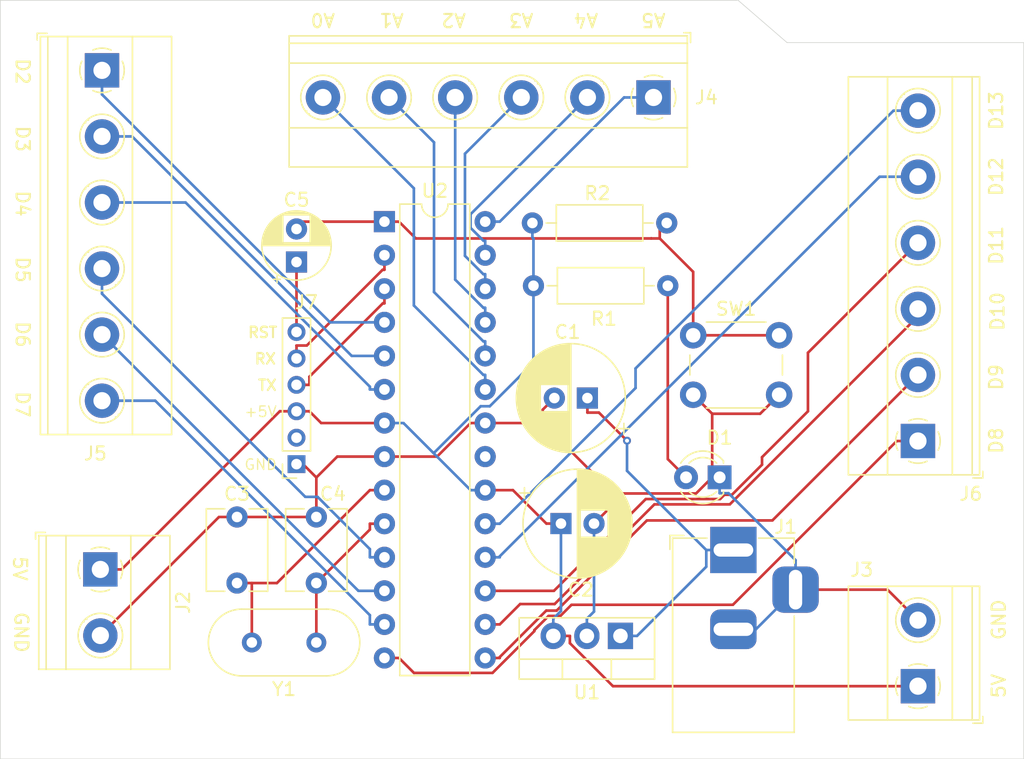
<source format=kicad_pcb>
(kicad_pcb (version 20240108) (generator "pcbnew") (generator_version "8.0")
  (layers (0 "F.Cu" signal) (31 "B.Cu" signal) (34 "B.Paste" user) (35 "F.Paste" user) (36 "B.SilkS" user "B.Silkscreen") (37 "F.SilkS" user "F.Silkscreen") (38 "B.Mask" user) (39 "F.Mask" user) (44 "Edge.Cuts" user))
  (net 0 "")
  (net 1 "GND")
  (net 2 "+9V")
  (net 3 "+5V")
  (net 4 "Net-(U2-XTAL1{slash}PB6)")
  (net 5 "Net-(U2-XTAL2{slash}PB7)")
  (net 6 "Net-(J7-Pin_6)")
  (net 7 "/~{RESET}")
  (net 8 "Net-(D1-A)")
  (net 9 "/A4")
  (net 10 "/A0")
  (net 11 "/A2")
  (net 12 "/A1")
  (net 14 "/A3")
  (net 15 "/A5")
  (net 16 "/D4")
  (net 17 "/D7")
  (net 18 "/D6")
  (net 19 "/D2")
  (net 20 "/D3")
  (net 21 "/D5")
  (net 22 "/D12")
  (net 23 "/D13")
  (net 24 "/D8")
  (net 25 "/D9")
  (net 26 "/D11")
  (net 27 "/D10")
  (net 28 "/RXD")
  (net 29 "/TXD")
  (footprint "Capacitor_THT:C_Disc_D6.0mm_W4.4mm_P5.00mm" (layer "F.Cu") (at 126 112 90)
    (property "Reference" "C4" (at 6.75 1.25 0) (layer "F.SilkS"))
    (property "Value" "22pF")
    (pad "1" thru_hole circle (at 0 0 90) (size 1.6 1.6) (drill 0.8) (layers "*.Cu" "*.Mask") (net 5 "Net-(U2-XTAL2{slash}PB7)"))
    (pad "2" thru_hole circle (at 5 0 90) (size 1.6 1.6) (drill 0.8) (layers "*.Cu" "*.Mask") (net 1 "GND"))
  )
  (footprint "TerminalBlock_Phoenix:TerminalBlock_Phoenix_MKDS-1,5-2_1x02_P5.00mm_Horizontal" (layer "F.Cu") (at 109.665 110.97 -90)
    (property "Reference" "J2" (at 2.5 -6.26 90) (layer "F.SilkS"))
    (property "Value" "Screw_Terminal_01x02")
    (pad "1" thru_hole rect (at 0 0 270) (size 2.6 2.6) (drill 1.3) (layers "*.Cu" "*.Mask") (net 3 "+5V"))
    (pad "2" thru_hole circle (at 5 0 270) (size 2.6 2.6) (drill 1.3) (layers "*.Cu" "*.Mask") (net 1 "GND"))
  )
  (footprint "Package_TO_SOT_THT:TO-220-3_Vertical" (layer "F.Cu") (at 149 116 180)
    (property "Reference" "U1" (at 2.54 -4.27 180) (layer "F.SilkS"))
    (property "Value" "LM7805_TO220")
    (pad "1" thru_hole rect (at 0 0 180) (size 1.905 2) (drill 1.1) (layers "*.Cu" "*.Mask") (net 2 "+9V"))
    (pad "2" thru_hole oval (at 2.54 0 180) (size 1.905 2) (drill 1.1) (layers "*.Cu" "*.Mask") (net 1 "GND"))
    (pad "3" thru_hole oval (at 5.08 0 180) (size 1.905 2) (drill 1.1) (layers "*.Cu" "*.Mask") (net 3 "+5V"))
  )
  (footprint "Capacitor_THT:CP_Radial_D8.0mm_P2.50mm" (layer "F.Cu") (at 146.5 98 180)
    (property "Reference" "C1" (at 1.5 5 180) (layer "F.SilkS"))
    (property "Value" "10µF")
    (pad "1" thru_hole rect (at 0 0 180) (size 1.6 1.6) (drill 0.8) (layers "*.Cu" "*.Mask") (net 2 "+9V"))
    (pad "2" thru_hole circle (at 2.5 0 180) (size 1.6 1.6) (drill 0.8) (layers "*.Cu" "*.Mask") (net 1 "GND"))
  )
  (footprint "LED_THT:LED_D3.0mm" (layer "F.Cu") (at 156.5 104 180)
    (property "Reference" "D1" (at 0 3 180) (layer "F.SilkS"))
    (property "Value" "RED")
    (pad "1" thru_hole rect (at 0 0 180) (size 1.8 1.8) (drill 0.9) (layers "*.Cu" "*.Mask") (net 1 "GND"))
    (pad "2" thru_hole circle (at 2.54 0 180) (size 1.8 1.8) (drill 0.9) (layers "*.Cu" "*.Mask") (net 8 "Net-(D1-A)"))
  )
  (footprint "Connector_BarrelJack:BarrelJack_Horizontal" (layer "F.Cu") (at 157.5425 109.5 90)
    (property "Reference" "J1" (at 1.75 3.9575 0) (layer "F.SilkS"))
    (property "Value" "PWR-IN")
    (pad "1" thru_hole rect (at 0 0 90) (size 3.5 3.5) (drill oval 1 3) (layers "*.Cu" "*.Mask") (net 2 "+9V"))
    (pad "2" thru_hole roundrect (at -6 0 90) (size 3 3.5) (drill oval 1 3) (layers "*.Cu" "*.Mask") (net 1 "GND"))
    (pad "3" thru_hole roundrect (at -3 4.7 90) (size 3.5 3.5) (drill oval 3 1) (layers "*.Cu" "*.Mask") (net 1 "GND"))
  )
  (footprint "Resistor_THT:R_Axial_DIN0207_L6.3mm_D2.5mm_P10.16mm_Horizontal" (layer "F.Cu") (at 142.42 89.5)
    (property "Reference" "R1" (at 5.33 2.5 0) (layer "F.SilkS"))
    (property "Value" "220Ω")
    (pad "1" thru_hole circle (at 0 0) (size 1.6 1.6) (drill 0.8) (layers "*.Cu" "*.Mask") (net 3 "+5V"))
    (pad "2" thru_hole oval (at 10.16 0) (size 1.6 1.6) (drill 0.8) (layers "*.Cu" "*.Mask") (net 8 "Net-(D1-A)"))
  )
  (footprint "Resistor_THT:R_Axial_DIN0207_L6.3mm_D2.5mm_P10.16mm_Horizontal" (layer "F.Cu") (at 152.5 84.75 180)
    (property "Reference" "R2" (at 5.25 2.25 180) (layer "F.SilkS"))
    (property "Value" "10kΩ")
    (pad "1" thru_hole circle (at 0 0 180) (size 1.6 1.6) (drill 0.8) (layers "*.Cu" "*.Mask") (net 7 "/~{RESET}"))
    (pad "2" thru_hole oval (at 10.16 0 180) (size 1.6 1.6) (drill 0.8) (layers "*.Cu" "*.Mask") (net 3 "+5V"))
  )
  (footprint "Crystal:Crystal_HC49-4H_Vertical" (layer "F.Cu") (at 126 116.5 180)
    (property "Reference" "Y1" (at 2.44 -3.525 180) (layer "F.SilkS"))
    (property "Value" "16MHz")
    (pad "1" thru_hole circle (at 0 0 180) (size 1.5 1.5) (drill 0.8) (layers "*.Cu" "*.Mask") (net 5 "Net-(U2-XTAL2{slash}PB7)"))
    (pad "2" thru_hole circle (at 4.88 0 180) (size 1.5 1.5) (drill 0.8) (layers "*.Cu" "*.Mask") (net 4 "Net-(U2-XTAL1{slash}PB6)"))
  )
  (footprint "Capacitor_THT:CP_Radial_D5.0mm_P2.50mm" (layer "F.Cu") (at 124.5 87.7051 90)
    (property "Reference" "C5" (at 4.705113 0 0) (layer "F.SilkS"))
    (property "Value" "1µF")
    (pad "1" thru_hole rect (at 0 0 90) (size 1.6 1.6) (drill 0.8) (layers "*.Cu" "*.Mask") (net 6 "Net-(J7-Pin_6)"))
    (pad "2" thru_hole circle (at 2.5 0 90) (size 1.6 1.6) (drill 0.8) (layers "*.Cu" "*.Mask") (net 7 "/~{RESET}"))
  )
  (footprint "Connector_PinSocket_2.00mm:PinSocket_1x06_P2.00mm_Vertical" (layer "F.Cu") (at 124.5 103 180)
    (property "Reference" "J7" (at -0.75 12.25 180) (layer "F.SilkS"))
    (property "Value" "Conn_01x06")
    (pad "1" thru_hole rect (at 0 0 180) (size 1.35 1.35) (drill 0.8) (layers "*.Cu" "*.Mask") (net 1 "GND"))
    (pad "2" thru_hole oval (at 0 2 180) (size 1.35 1.35) (drill 0.8) (layers "*.Cu" "*.Mask"))
    (pad "3" thru_hole oval (at 0 4 180) (size 1.35 1.35) (drill 0.8) (layers "*.Cu" "*.Mask") (net 3 "+5V"))
    (pad "4" thru_hole oval (at 0 6 180) (size 1.35 1.35) (drill 0.8) (layers "*.Cu" "*.Mask") (net 29 "/TXD"))
    (pad "5" thru_hole oval (at 0 8 180) (size 1.35 1.35) (drill 0.8) (layers "*.Cu" "*.Mask") (net 28 "/RXD"))
    (pad "6" thru_hole oval (at 0 10 180) (size 1.35 1.35) (drill 0.8) (layers "*.Cu" "*.Mask") (net 6 "Net-(J7-Pin_6)"))
  )
  (footprint "TerminalBlock_Phoenix:TerminalBlock_Phoenix_MKDS-1,5-6_1x06_P5.00mm_Horizontal" (layer "F.Cu") (at 151.5 75.25 180)
    (property "Reference" "J4" (at -4 0 180) (layer "F.SilkS"))
    (property "Value" "Screw_Terminal_01x06")
    (pad "1" thru_hole rect (at 0 0 180) (size 2.6 2.6) (drill 1.3) (layers "*.Cu" "*.Mask") (net 15 "/A5"))
    (pad "2" thru_hole circle (at 5 0 180) (size 2.6 2.6) (drill 1.3) (layers "*.Cu" "*.Mask") (net 9 "/A4"))
    (pad "3" thru_hole circle (at 10 0 180) (size 2.6 2.6) (drill 1.3) (layers "*.Cu" "*.Mask") (net 14 "/A3"))
    (pad "4" thru_hole circle (at 15 0 180) (size 2.6 2.6) (drill 1.3) (layers "*.Cu" "*.Mask") (net 11 "/A2"))
    (pad "5" thru_hole circle (at 20 0 180) (size 2.6 2.6) (drill 1.3) (layers "*.Cu" "*.Mask") (net 12 "/A1"))
    (pad "6" thru_hole circle (at 25 0 180) (size 2.6 2.6) (drill 1.3) (layers "*.Cu" "*.Mask") (net 10 "/A0"))
  )
  (footprint "Capacitor_THT:C_Disc_D6.0mm_W4.4mm_P5.00mm" (layer "F.Cu") (at 120 112 90)
    (property "Reference" "C3" (at 6.75 0 0) (layer "F.SilkS"))
    (property "Value" "22pF")
    (pad "1" thru_hole circle (at 0 0 90) (size 1.6 1.6) (drill 0.8) (layers "*.Cu" "*.Mask") (net 4 "Net-(U2-XTAL1{slash}PB6)"))
    (pad "2" thru_hole circle (at 5 0 90) (size 1.6 1.6) (drill 0.8) (layers "*.Cu" "*.Mask") (net 1 "GND"))
  )
  (footprint "TerminalBlock_Phoenix:TerminalBlock_Phoenix_MKDS-1,5-2_1x02_P5.00mm_Horizontal" (layer "F.Cu") (at 171.5 119.805 90)
    (property "Reference" "J3" (at 8.805 -4.25 0) (layer "F.SilkS"))
    (property "Value" "Screw_Terminal_01x02")
    (pad "1" thru_hole rect (at 0 0 90) (size 2.6 2.6) (drill 1.3) (layers "*.Cu" "*.Mask") (net 3 "+5V"))
    (pad "2" thru_hole circle (at 5 0 90) (size 2.6 2.6) (drill 1.3) (layers "*.Cu" "*.Mask") (net 1 "GND"))
  )
  (footprint "Package_DIP:DIP-28_W7.62mm" (layer "F.Cu") (at 131.15 84.65)
    (property "Reference" "U2" (at 3.81 -2.33 0) (layer "F.SilkS"))
    (property "Value" "ATmega328P-P")
    (pad "1" thru_hole rect (at 0 0) (size 1.6 1.6) (drill 0.8) (layers "*.Cu" "*.Mask") (net 7 "/~{RESET}"))
    (pad "2" thru_hole oval (at 0 2.54) (size 1.6 1.6) (drill 0.8) (layers "*.Cu" "*.Mask") (net 28 "/RXD"))
    (pad "3" thru_hole oval (at 0 5.08) (size 1.6 1.6) (drill 0.8) (layers "*.Cu" "*.Mask") (net 29 "/TXD"))
    (pad "4" thru_hole oval (at 0 7.62) (size 1.6 1.6) (drill 0.8) (layers "*.Cu" "*.Mask") (net 19 "/D2"))
    (pad "5" thru_hole oval (at 0 10.16) (size 1.6 1.6) (drill 0.8) (layers "*.Cu" "*.Mask") (net 20 "/D3"))
    (pad "6" thru_hole oval (at 0 12.7) (size 1.6 1.6) (drill 0.8) (layers "*.Cu" "*.Mask") (net 16 "/D4"))
    (pad "7" thru_hole oval (at 0 15.24) (size 1.6 1.6) (drill 0.8) (layers "*.Cu" "*.Mask") (net 3 "+5V"))
    (pad "8" thru_hole oval (at 0 17.78) (size 1.6 1.6) (drill 0.8) (layers "*.Cu" "*.Mask") (net 1 "GND"))
    (pad "9" thru_hole oval (at 0 20.32) (size 1.6 1.6) (drill 0.8) (layers "*.Cu" "*.Mask") (net 4 "Net-(U2-XTAL1{slash}PB6)"))
    (pad "10" thru_hole oval (at 0 22.86) (size 1.6 1.6) (drill 0.8) (layers "*.Cu" "*.Mask") (net 5 "Net-(U2-XTAL2{slash}PB7)"))
    (pad "11" thru_hole oval (at 0 25.4) (size 1.6 1.6) (drill 0.8) (layers "*.Cu" "*.Mask") (net 21 "/D5"))
    (pad "12" thru_hole oval (at 0 27.94) (size 1.6 1.6) (drill 0.8) (layers "*.Cu" "*.Mask") (net 18 "/D6"))
    (pad "13" thru_hole oval (at 0 30.48) (size 1.6 1.6) (drill 0.8) (layers "*.Cu" "*.Mask") (net 17 "/D7"))
    (pad "14" thru_hole oval (at 0 33.02) (size 1.6 1.6) (drill 0.8) (layers "*.Cu" "*.Mask") (net 24 "/D8"))
    (pad "15" thru_hole oval (at 7.62 33.02) (size 1.6 1.6) (drill 0.8) (layers "*.Cu" "*.Mask") (net 25 "/D9"))
    (pad "16" thru_hole oval (at 7.62 30.48) (size 1.6 1.6) (drill 0.8) (layers "*.Cu" "*.Mask") (net 27 "/D10"))
    (pad "17" thru_hole oval (at 7.62 27.94) (size 1.6 1.6) (drill 0.8) (layers "*.Cu" "*.Mask") (net 26 "/D11"))
    (pad "18" thru_hole oval (at 7.62 25.4) (size 1.6 1.6) (drill 0.8) (layers "*.Cu" "*.Mask") (net 22 "/D12"))
    (pad "19" thru_hole oval (at 7.62 22.86) (size 1.6 1.6) (drill 0.8) (layers "*.Cu" "*.Mask") (net 23 "/D13"))
    (pad "20" thru_hole oval (at 7.62 20.32) (size 1.6 1.6) (drill 0.8) (layers "*.Cu" "*.Mask") (net 3 "+5V"))
    (pad "21" thru_hole oval (at 7.62 17.78) (size 1.6 1.6) (drill 0.8) (layers "*.Cu" "*.Mask"))
    (pad "22" thru_hole oval (at 7.62 15.24) (size 1.6 1.6) (drill 0.8) (layers "*.Cu" "*.Mask") (net 1 "GND"))
    (pad "23" thru_hole oval (at 7.62 12.7) (size 1.6 1.6) (drill 0.8) (layers "*.Cu" "*.Mask") (net 10 "/A0"))
    (pad "24" thru_hole oval (at 7.62 10.16) (size 1.6 1.6) (drill 0.8) (layers "*.Cu" "*.Mask") (net 12 "/A1"))
    (pad "25" thru_hole oval (at 7.62 7.62) (size 1.6 1.6) (drill 0.8) (layers "*.Cu" "*.Mask") (net 11 "/A2"))
    (pad "26" thru_hole oval (at 7.62 5.08) (size 1.6 1.6) (drill 0.8) (layers "*.Cu" "*.Mask") (net 14 "/A3"))
    (pad "27" thru_hole oval (at 7.62 2.54) (size 1.6 1.6) (drill 0.8) (layers "*.Cu" "*.Mask") (net 9 "/A4"))
    (pad "28" thru_hole oval (at 7.62 0) (size 1.6 1.6) (drill 0.8) (layers "*.Cu" "*.Mask") (net 15 "/A5"))
  )
  (footprint "Button_Switch_THT:SW_PUSH_6mm_H4.3mm" (layer "F.Cu") (at 154.5 93.25)
    (property "Reference" "SW1" (at 3.25 -2 0) (layer "F.SilkS"))
    (property "Value" "SW_Push")
    (pad "1" thru_hole circle (at 0 0 90) (size 2 2) (drill 1.1) (layers "*.Cu" "*.Mask") (net 7 "/~{RESET}"))
    (pad "1" thru_hole circle (at 6.5 0 90) (size 2 2) (drill 1.1) (layers "*.Cu" "*.Mask") (net 7 "/~{RESET}"))
    (pad "2" thru_hole circle (at 0 4.5 90) (size 2 2) (drill 1.1) (layers "*.Cu" "*.Mask") (net 1 "GND"))
    (pad "2" thru_hole circle (at 6.5 4.5 90) (size 2 2) (drill 1.1) (layers "*.Cu" "*.Mask") (net 1 "GND"))
  )
  (footprint "TerminalBlock_Phoenix:TerminalBlock_Phoenix_MKDS-1,5-6_1x06_P5.00mm_Horizontal" (layer "F.Cu") (at 171.5 101.25 90)
    (property "Reference" "J6" (at -4 4 0) (layer "F.SilkS"))
    (property "Value" "Screw_Terminal_01x06")
    (pad "1" thru_hole rect (at 0 0 90) (size 2.6 2.6) (drill 1.3) (layers "*.Cu" "*.Mask") (net 24 "/D8"))
    (pad "2" thru_hole circle (at 5 0 90) (size 2.6 2.6) (drill 1.3) (layers "*.Cu" "*.Mask") (net 25 "/D9"))
    (pad "3" thru_hole circle (at 10 0 90) (size 2.6 2.6) (drill 1.3) (layers "*.Cu" "*.Mask") (net 27 "/D10"))
    (pad "4" thru_hole circle (at 15 0 90) (size 2.6 2.6) (drill 1.3) (layers "*.Cu" "*.Mask") (net 26 "/D11"))
    (pad "5" thru_hole circle (at 20 0 90) (size 2.6 2.6) (drill 1.3) (layers "*.Cu" "*.Mask") (net 22 "/D12"))
    (pad "6" thru_hole circle (at 25 0 90) (size 2.6 2.6) (drill 1.3) (layers "*.Cu" "*.Mask") (net 23 "/D13"))
  )
  (footprint "TerminalBlock_Phoenix:TerminalBlock_Phoenix_MKDS-1,5-6_1x06_P5.00mm_Horizontal" (layer "F.Cu") (at 109.79 73.2 -90)
    (property "Reference" "J5" (at 29 0.5 180) (layer "F.SilkS"))
    (property "Value" "Screw_Terminal_01x06")
    (pad "1" thru_hole rect (at 0 0 270) (size 2.6 2.6) (drill 1.3) (layers "*.Cu" "*.Mask") (net 19 "/D2"))
    (pad "2" thru_hole circle (at 5 0 270) (size 2.6 2.6) (drill 1.3) (layers "*.Cu" "*.Mask") (net 20 "/D3"))
    (pad "3" thru_hole circle (at 10 0 270) (size 2.6 2.6) (drill 1.3) (layers "*.Cu" "*.Mask") (net 16 "/D4"))
    (pad "4" thru_hole circle (at 15 0 270) (size 2.6 2.6) (drill 1.3) (layers "*.Cu" "*.Mask") (net 21 "/D5"))
    (pad "5" thru_hole circle (at 20 0 270) (size 2.6 2.6) (drill 1.3) (layers "*.Cu" "*.Mask") (net 18 "/D6"))
    (pad "6" thru_hole circle (at 25 0 270) (size 2.6 2.6) (drill 1.3) (layers "*.Cu" "*.Mask") (net 17 "/D7"))
  )
  (footprint "Capacitor_THT:CP_Radial_D8.0mm_P2.50mm" (layer "F.Cu") (at 144.5 107.5)
    (property "Reference" "C2" (at 1.5 5 0) (layer "F.SilkS"))
    (property "Value" "10µF")
    (pad "1" thru_hole rect (at 0 0) (size 1.6 1.6) (drill 0.8) (layers "*.Cu" "*.Mask") (net 3 "+5V"))
    (pad "2" thru_hole circle (at 2.5 0) (size 1.6 1.6) (drill 0.8) (layers "*.Cu" "*.Mask") (net 1 "GND"))
  )
  (gr_line (start 102.1 125.3) (end 102.1 67.9) (stroke (width 0.05)) (layer "Edge.Cuts"))
  (gr_line (start 157.9 67.9) (end 161.6 71.1) (stroke (width 0.05)) (layer "Edge.Cuts"))
  (gr_line (start 161.6 71.1) (end 179.5 71.1) (stroke (width 0.05)) (layer "Edge.Cuts"))
  (gr_line (start 179.5 125.3) (end 102.1 125.3) (stroke (width 0.05)) (layer "Edge.Cuts"))
  (gr_line (start 102.1 67.9) (end 157.9 67.9) (stroke (width 0.05)) (layer "Edge.Cuts"))
  (gr_line (start 179.5 71.1) (end 179.5 125.3) (stroke (width 0.05)) (layer "Edge.Cuts"))
  (gr_text "D5" (at 103.2 87.2 270) (layer "F.SilkS") (effects (font (size 1 1) (thickness 0.16)) (justify left bottom)))
  (gr_text "RX" (at 121.25 95.5 0) (layer "F.SilkS") (effects (font (size 0.8 0.8) (thickness 0.16) (bold yes)) (justify left bottom)))
  (gr_text "5V" (at 178.2 120.8 90) (layer "F.SilkS") (effects (font (size 1 1) (thickness 0.16)) (justify left bottom)))
  (gr_text "D2" (at 103.2 72.2 270) (layer "F.SilkS") (effects (font (size 1 1) (thickness 0.16)) (justify left bottom)))
  (gr_text "A0" (at 127.5 68.8 180) (layer "F.SilkS") (effects (font (size 1 1) (thickness 0.16)) (justify left bottom)))
  (gr_text "+5V" (at 120.5 99.5 0) (layer "F.SilkS") (effects (font (size 0.8 0.8) (thickness 0.1)) (justify left bottom)))
  (gr_text "D7" (at 103.2 97.4 270) (layer "F.SilkS") (effects (font (size 1 1) (thickness 0.16)) (justify left bottom)))
  (gr_text "D11" (at 178 88 90) (layer "F.SilkS") (effects (font (size 1 1) (thickness 0.16)) (justify left bottom)))
  (gr_text "GND" (at 120.5 103.5 0) (layer "F.SilkS") (effects (font (size 0.8 0.8) (thickness 0.1)) (justify left bottom)))
  (gr_text "5V" (at 103 109.9 -90) (layer "F.SilkS") (effects (font (size 1 1) (thickness 0.16)) (justify left bottom)))
  (gr_text "D13" (at 178 77.8 90) (layer "F.SilkS") (effects (font (size 1 1) (thickness 0.16)) (justify left bottom)))
  (gr_text "D12" (at 178 82.8 90) (layer "F.SilkS") (effects (font (size 1 1) (thickness 0.16)) (justify left bottom)))
  (gr_text "D9" (at 178 97.5 90) (layer "F.SilkS") (effects (font (size 1 1) (thickness 0.16)) (justify left bottom)))
  (gr_text "TX" (at 121.5 97.5 0) (layer "F.SilkS") (effects (font (size 0.8 0.8) (thickness 0.16) (bold yes)) (justify left bottom)))
  (gr_text "GND" (at 178.2 116.4 90) (layer "F.SilkS") (effects (font (size 1 1) (thickness 0.16)) (justify left bottom)))
  (gr_text "D4" (at 103.2 82.2 270) (layer "F.SilkS") (effects (font (size 1 1) (thickness 0.16)) (justify left bottom)))
  (gr_text "A3" (at 142.5 68.8 180) (layer "F.SilkS") (effects (font (size 1 1) (thickness 0.16)) (justify left bottom)))
  (gr_text "A5" (at 152.5 68.8 180) (layer "F.SilkS") (effects (font (size 1 1) (thickness 0.16)) (justify left bottom)))
  (gr_text "D10" (at 178.1 93 90) (layer "F.SilkS") (effects (font (size 1 1) (thickness 0.16)) (justify left bottom)))
  (gr_text "D8" (at 178 102.3 90) (layer "F.SilkS") (effects (font (size 1 1) (thickness 0.16)) (justify left bottom)))
  (gr_text "RST" (at 120.75 93.5 0) (layer "F.SilkS") (effects (font (size 0.8 0.8) (thickness 0.16) (bold yes)) (justify left bottom)))
  (gr_text "A4" (at 147.4 68.8 180) (layer "F.SilkS") (effects (font (size 1 1) (thickness 0.16)) (justify left bottom)))
  (gr_text "GND" (at 103.1 114.1 -90) (layer "F.SilkS") (effects (font (size 1 1) (thickness 0.16)) (justify left bottom)))
  (gr_text "A1" (at 132.7 68.8 180) (layer "F.SilkS") (effects (font (size 1 1) (thickness 0.16)) (justify left bottom)))
  (gr_text "A2" (at 137.4 68.8 180) (layer "F.SilkS") (effects (font (size 1 1) (thickness 0.16)) (justify left bottom)))
  (gr_text "D3" (at 103.2 77.3 270) (layer "F.SilkS") (effects (font (size 1 1) (thickness 0.16)) (justify left bottom)))
  (gr_text "D6" (at 103.2 92.1 270) (layer "F.SilkS") (effects (font (size 1 1) (thickness 0.16)) (justify left bottom)))
  (segment (start 155.9371 99.1871) (end 159.5629 99.1871) (width 0.2) (layer "F.Cu") (net 1))
  (segment (start 131.15 102.43) (end 127.5816 102.43) (width 0.2) (layer "F.Cu") (net 1))
  (segment (start 120 107) (end 118.635 107) (width 0.2) (layer "F.Cu") (net 1))
  (segment (start 144 98) (end 143.12 98.88) (width 0.2) (layer "F.Cu") (net 1))
  (segment (start 159.5629 99.1871) (end 161 97.75) (width 0.2) (layer "F.Cu") (net 1))
  (segment (start 127.5816 102.43) (end 126 104.0116) (width 0.2) (layer "F.Cu") (net 1))
  (segment (start 138.77 99.89) (end 137.6683 99.89) (width 0.2) (layer "F.Cu") (net 1))
  (segment (start 155.9371 104) (end 155.9371 99.1871) (width 0.2) (layer "F.Cu") (net 1))
  (segment (start 156.5 104) (end 155.9371 104) (width 0.2) (layer "F.Cu") (net 1))
  (segment (start 137.6683 99.89) (end 135.1283 102.43) (width 0.2) (layer "F.Cu") (net 1))
  (segment (start 126 104.0116) (end 126 107) (width 0.2) (layer "F.Cu") (net 1))
  (segment (start 147 107.5) (end 148.4525 106.0475) (width 0.2) (layer "F.Cu") (net 1))
  (segment (start 148.4525 105.2225) (end 143.12 99.89) (width 0.2) (layer "F.Cu") (net 1))
  (segment (start 154.7146 105.2225) (end 148.4525 105.2225) (width 0.2) (layer "F.Cu") (net 1))
  (segment (start 171.5 114.805) (end 169.195 112.5) (width 0.2) (layer "F.Cu") (net 1))
  (segment (start 143.12 99.89) (end 138.77 99.89) (width 0.2) (layer "F.Cu") (net 1))
  (segment (start 118.635 107) (end 109.665 115.97) (width 0.2) (layer "F.Cu") (net 1))
  (segment (start 155.9371 104) (end 154.7146 105.2225) (width 0.2) (layer "F.Cu") (net 1))
  (segment (start 143.12 98.88) (end 143.12 99.89) (width 0.2) (layer "F.Cu") (net 1))
  (segment (start 148.4525 106.0475) (end 148.4525 105.2225) (width 0.2) (layer "F.Cu") (net 1))
  (segment (start 124.9884 103) (end 126 104.0116) (width 0.2) (layer "F.Cu") (net 1))
  (segment (start 155.9371 99.1871) (end 154.5 97.75) (width 0.2) (layer "F.Cu") (net 1))
  (segment (start 169.195 112.5) (end 162.2425 112.5) (width 0.2) (layer "F.Cu") (net 1))
  (segment (start 135.1283 102.43) (end 131.15 102.43) (width 0.2) (layer "F.Cu") (net 1))
  (segment (start 126 107) (end 120 107) (width 0.2) (layer "F.Cu") (net 1))
  (segment (start 124.5 103) (end 124.9884 103) (width 0.2) (layer "F.Cu") (net 1))
  (segment (start 157.176 105.2017) (end 162.2425 110.2682) (width 0.2) (layer "B.Cu") (net 1))
  (segment (start 147 114.1583) (end 146.46 114.6983) (width 0.2) (layer "B.Cu") (net 1))
  (segment (start 147 107.5) (end 147 114.1583) (width 0.2) (layer "B.Cu") (net 1))
  (segment (start 162.2425 112.5) (end 159.2425 115.5) (width 0.2) (layer "B.Cu") (net 1))
  (segment (start 146.46 116) (end 146.46 114.6983) (width 0.2) (layer "B.Cu") (net 1))
  (segment (start 159.2425 115.5) (end 157.5425 115.5) (width 0.2) (layer "B.Cu") (net 1))
  (segment (start 156.5 104) (end 156.5 105.2017) (width 0.2) (layer "B.Cu") (net 1))
  (segment (start 156.5 105.2017) (end 157.176 105.2017) (width 0.2) (layer "B.Cu") (net 1))
  (segment (start 162.2425 110.2682) (end 162.2425 112.5) (width 0.2) (layer "B.Cu") (net 1))
  (segment (start 146.5 99.1017) (end 147.3729 99.1017) (width 0.2) (layer "F.Cu") (net 2))
  (segment (start 146.5 98) (end 146.5 99.1017) (width 0.2) (layer "F.Cu") (net 2))
  (segment (start 147.3729 99.1017) (end 149.4969 101.2257) (width 0.2) (layer "F.Cu") (net 2))
  (via (at 149.4969 101.2257) (size 0.6) (drill 0.3) (layers "F.Cu" "B.Cu") (net 2))
  (segment (start 157.5425 109.5) (end 155.4908 109.5) (width 0.2) (layer "B.Cu") (net 2))
  (segment (start 155.4908 109.5) (end 155.4908 110.7634) (width 0.2) (layer "B.Cu") (net 2))
  (segment (start 155.4908 110.7634) (end 150.2542 116) (width 0.2) (layer "B.Cu") (net 2))
  (segment (start 149.4969 103.5061) (end 155.4908 109.5) (width 0.2) (layer "B.Cu") (net 2))
  (segment (start 149 116) (end 150.2542 116) (width 0.2) (layer "B.Cu") (net 2))
  (segment (start 149.4969 101.2257) (end 149.4969 103.5061) (width 0.2) (layer "B.Cu") (net 2))
  (segment (start 124.5 99) (end 125.4767 99) (width 0.2) (layer "F.Cu") (net 3))
  (segment (start 144.5 107.5) (end 143.3983 107.5) (width 0.2) (layer "F.Cu") (net 3))
  (segment (start 145.1742 116) (end 145.1742 116.5487) (width 0.2) (layer "F.Cu") (net 3))
  (segment (start 148.4305 119.805) (end 171.5 119.805) (width 0.2) (layer "F.Cu") (net 3))
  (segment (start 123.2367 99) (end 124.5 99) (width 0.2) (layer "F.Cu") (net 3))
  (segment (start 109.665 110.97) (end 111.2667 110.97) (width 0.2) (layer "F.Cu") (net 3))
  (segment (start 145.1742 116.5487) (end 148.4305 119.805) (width 0.2) (layer "F.Cu") (net 3))
  (segment (start 143.3983 107.5) (end 140.8683 104.97) (width 0.2) (layer "F.Cu") (net 3))
  (segment (start 131.15 99.89) (end 126.3667 99.89) (width 0.2) (layer "F.Cu") (net 3))
  (segment (start 143.92 116) (end 145.1742 116) (width 0.2) (layer "F.Cu") (net 3))
  (segment (start 140.8683 104.97) (end 138.77 104.97) (width 0.2) (layer "F.Cu") (net 3))
  (segment (start 111.2667 110.97) (end 123.2367 99) (width 0.2) (layer "F.Cu") (net 3))
  (segment (start 126.3667 99.89) (end 125.4767 99) (width 0.2) (layer "F.Cu") (net 3))
  (segment (start 142.34 85.8517) (end 142.42 85.9317) (width 0.2) (layer "B.Cu") (net 3))
  (segment (start 139.1176 98.62) (end 142.42 95.3176) (width 0.2) (layer "B.Cu") (net 3))
  (segment (start 134.8717 102.1734) (end 138.4251 98.62) (width 0.2) (layer "B.Cu") (net 3))
  (segment (start 138.4251 98.62) (end 139.1176 98.62) (width 0.2) (layer "B.Cu") (net 3))
  (segment (start 134.8717 102.1734) (end 132.5883 99.89) (width 0.2) (layer "B.Cu") (net 3))
  (segment (start 142.34 84.75) (end 142.34 85.8517) (width 0.2) (layer "B.Cu") (net 3))
  (segment (start 137.6683 104.97) (end 134.8717 102.1734) (width 0.2) (layer "B.Cu") (net 3))
  (segment (start 138.77 104.97) (end 137.6683 104.97) (width 0.2) (layer "B.Cu") (net 3))
  (segment (start 142.42 95.3176) (end 142.42 89.5) (width 0.2) (layer "B.Cu") (net 3))
  (segment (start 144.5 114.1183) (end 143.92 114.6983) (width 0.2) (layer "B.Cu") (net 3))
  (segment (start 144.5 107.5) (end 144.5 114.1183) (width 0.2) (layer "B.Cu") (net 3))
  (segment (start 143.92 116) (end 143.92 114.6983) (width 0.2) (layer "B.Cu") (net 3))
  (segment (start 132.5883 99.89) (end 131.15 99.89) (width 0.2) (layer "B.Cu") (net 3))
  (segment (start 142.42 85.9317) (end 142.42 89.5) (width 0.2) (layer "B.Cu") (net 3))
  (segment (start 130.0483 104.97) (end 123.0183 112) (width 0.2) (layer "F.Cu") (net 4))
  (segment (start 131.15 104.97) (end 130.0483 104.97) (width 0.2) (layer "F.Cu") (net 4))
  (segment (start 121.12 112) (end 120 112) (width 0.2) (layer "F.Cu") (net 4))
  (segment (start 121.12 112) (end 121.12 116.5) (width 0.2) (layer "F.Cu") (net 4))
  (segment (start 123.0183 112) (end 121.12 112) (width 0.2) (layer "F.Cu") (net 4))
  (segment (start 131.15 107.51) (end 130.0483 107.51) (width 0.2) (layer "F.Cu") (net 5))
  (segment (start 126 116.5) (end 126 112) (width 0.2) (layer "F.Cu") (net 5))
  (segment (start 130.0483 107.9517) (end 126 112) (width 0.2) (layer "F.Cu") (net 5))
  (segment (start 130.0483 107.51) (end 130.0483 107.9517) (width 0.2) (layer "F.Cu") (net 5))
  (segment (start 124.5 93) (end 124.5 87.7051) (width 0.2) (layer "F.Cu") (net 6))
  (segment (start 125.0551 84.65) (end 124.5 85.2051) (width 0.2) (layer "F.Cu") (net 7))
  (segment (start 131.15 84.65) (end 125.0551 84.65) (width 0.2) (layer "F.Cu") (net 7))
  (segment (start 133.5217 85.92) (end 132.2517 84.65) (width 0.2) (layer "F.Cu") (net 7))
  (segment (start 151.9713 85.9199) (end 151.9713 85.2787) (width 0.2) (layer "F.Cu") (net 7))
  (segment (start 151.9713 85.2787) (end 152.5 84.75) (width 0.2) (layer "F.Cu") (net 7))
  (segment (start 154.5 88.4486) (end 151.9713 85.9199) (width 0.2) (layer "F.Cu") (net 7))
  (segment (start 131.15 84.65) (end 132.2517 84.65) (width 0.2) (layer "F.Cu") (net 7))
  (segment (start 151.9713 85.9199) (end 151.3301 85.9199) (width 0.2) (layer "F.Cu") (net 7))
  (segment (start 161 93.25) (end 154.5 93.25) (width 0.2) (layer "F.Cu") (net 7))
  (segment (start 151.3301 85.9199) (end 151.33 85.92) (width 0.2) (layer "F.Cu") (net 7))
  (segment (start 154.5 93.25) (end 154.5 88.4486) (width 0.2) (layer "F.Cu") (net 7))
  (segment (start 151.33 85.92) (end 133.5217 85.92) (width 0.2) (layer "F.Cu") (net 7))
  (segment (start 152.58 89.5) (end 152.58 102.62) (width 0.2) (layer "F.Cu") (net 8))
  (segment (start 152.58 102.62) (end 153.96 104) (width 0.2) (layer "F.Cu") (net 8))
  (segment (start 138.77 87.19) (end 138.77 86.0883) (width 0.2) (layer "B.Cu") (net 9))
  (segment (start 137.6631 85.1191) (end 137.6631 84.0869) (width 0.2) (layer "B.Cu") (net 9))
  (segment (start 137.6631 84.0869) (end 146.5 75.25) (width 0.2) (layer "B.Cu") (net 9))
  (segment (start 138.6323 86.0883) (end 137.6631 85.1191) (width 0.2) (layer "B.Cu") (net 9))
  (segment (start 138.77 86.0883) (end 138.6323 86.0883) (width 0.2) (layer "B.Cu") (net 9))
  (segment (start 133.3749 82.1249) (end 126.5 75.25) (width 0.2) (layer "B.Cu") (net 10))
  (segment (start 133.3749 90.9909) (end 133.3749 82.1249) (width 0.2) (layer "B.Cu") (net 10))
  (segment (start 138.77 96.2483) (end 138.6323 96.2483) (width 0.2) (layer "B.Cu") (net 10))
  (segment (start 138.6323 96.2483) (end 133.3749 90.9909) (width 0.2) (layer "B.Cu") (net 10))
  (segment (start 138.77 97.35) (end 138.77 96.2483) (width 0.2) (layer "B.Cu") (net 10))
  (segment (start 138.77 91.1683) (end 138.6323 91.1683) (width 0.2) (layer "B.Cu") (net 11))
  (segment (start 138.6323 91.1683) (end 136.5 89.036) (width 0.2) (layer "B.Cu") (net 11))
  (segment (start 138.77 92.27) (end 138.77 91.1683) (width 0.2) (layer "B.Cu") (net 11))
  (segment (start 136.5 89.036) (end 136.5 75.25) (width 0.2) (layer "B.Cu") (net 11))
  (segment (start 138.6323 93.7083) (end 134.8998 89.9758) (width 0.2) (layer "B.Cu") (net 12))
  (segment (start 134.8998 78.6498) (end 131.5 75.25) (width 0.2) (layer "B.Cu") (net 12))
  (segment (start 138.77 94.81) (end 138.77 93.7083) (width 0.2) (layer "B.Cu") (net 12))
  (segment (start 134.8998 89.9758) (end 134.8998 78.6498) (width 0.2) (layer "B.Cu") (net 12))
  (segment (start 138.77 93.7083) (end 138.6323 93.7083) (width 0.2) (layer "B.Cu") (net 12))
  (segment (start 138.77 89.73) (end 138.77 88.6283) (width 0.2) (layer "B.Cu") (net 14))
  (segment (start 138.77 88.6283) (end 138.6323 88.6283) (width 0.2) (layer "B.Cu") (net 14))
  (segment (start 138.6323 88.6283) (end 137.2401 87.2361) (width 0.2) (layer "B.Cu") (net 14))
  (segment (start 137.2401 87.2361) (end 137.2401 79.5099) (width 0.2) (layer "B.Cu") (net 14))
  (segment (start 137.2401 79.5099) (end 141.5 75.25) (width 0.2) (layer "B.Cu") (net 14))
  (segment (start 138.77 84.65) (end 139.8717 84.65) (width 0.2) (layer "B.Cu") (net 15))
  (segment (start 149.2717 75.25) (end 151.5 75.25) (width 0.2) (layer "B.Cu") (net 15))
  (segment (start 139.8717 84.65) (end 149.2717 75.25) (width 0.2) (layer "B.Cu") (net 15))
  (segment (start 131.15 97.35) (end 130.0483 97.35) (width 0.2) (layer "B.Cu") (net 16))
  (segment (start 116.1106 83.2) (end 130.0483 97.1377) (width 0.2) (layer "B.Cu") (net 16))
  (segment (start 130.0483 97.1377) (end 130.0483 97.35) (width 0.2) (layer "B.Cu") (net 16))
  (segment (start 109.79 83.2) (end 116.1106 83.2) (width 0.2) (layer "B.Cu") (net 16))
  (segment (start 109.79 98.2) (end 113.8168 98.2) (width 0.2) (layer "B.Cu") (net 17))
  (segment (start 131.15 115.13) (end 130.0483 115.13) (width 0.2) (layer "B.Cu") (net 17))
  (segment (start 113.8168 98.2) (end 130.0483 114.4315) (width 0.2) (layer "B.Cu") (net 17))
  (segment (start 130.0483 114.4315) (end 130.0483 115.13) (width 0.2) (layer "B.Cu") (net 17))
  (segment (start 109.79 93.2) (end 129.18 112.59) (width 0.2) (layer "B.Cu") (net 18))
  (segment (start 129.18 112.59) (end 131.15 112.59) (width 0.2) (layer "B.Cu") (net 18))
  (segment (start 109.79 75.0249) (end 127.0351 92.27) (width 0.2) (layer "B.Cu") (net 19))
  (segment (start 109.79 73.2) (end 109.79 74.8017) (width 0.2) (layer "B.Cu") (net 19))
  (segment (start 127.0351 92.27) (end 131.15 92.27) (width 0.2) (layer "B.Cu") (net 19))
  (segment (start 109.79 74.8017) (end 109.79 75.0249) (width 0.2) (layer "B.Cu") (net 19))
  (segment (start 112.063 78.2) (end 128.673 94.81) (width 0.2) (layer "B.Cu") (net 20))
  (segment (start 128.673 94.81) (end 131.15 94.81) (width 0.2) (layer "B.Cu") (net 20))
  (segment (start 109.79 78.2) (end 112.063 78.2) (width 0.2) (layer "B.Cu") (net 20))
  (segment (start 131.15 110.05) (end 130.0483 110.05) (width 0.2) (layer "B.Cu") (net 21))
  (segment (start 130.0483 109.4321) (end 130.0483 110.05) (width 0.2) (layer "B.Cu") (net 21))
  (segment (start 109.79 90.1041) (end 125.164 105.4781) (width 0.2) (layer "B.Cu") (net 21))
  (segment (start 125.164 105.4781) (end 126.0943 105.4781) (width 0.2) (layer "B.Cu") (net 21))
  (segment (start 109.79 88.2) (end 109.79 90.1041) (width 0.2) (layer "B.Cu") (net 21))
  (segment (start 126.0943 105.4781) (end 130.0483 109.4321) (width 0.2) (layer "B.Cu") (net 21))
  (segment (start 171.5 81.25) (end 168.599 81.25) (width 0.2) (layer "B.Cu") (net 22))
  (segment (start 138.77 110.05) (end 139.8717 110.05) (width 0.2) (layer "B.Cu") (net 22))
  (segment (start 139.8717 109.9773) (end 139.8717 110.05) (width 0.2) (layer "B.Cu") (net 22))
  (segment (start 168.599 81.25) (end 139.8717 109.9773) (width 0.2) (layer "B.Cu") (net 22))
  (segment (start 169.6484 76.25) (end 150.1415 95.7569) (width 0.2) (layer "B.Cu") (net 23))
  (segment (start 150.1415 95.7569) (end 150.1415 97.2402) (width 0.2) (layer "B.Cu") (net 23))
  (segment (start 171.5 76.25) (end 169.6484 76.25) (width 0.2) (layer "B.Cu") (net 23))
  (segment (start 138.77 107.51) (end 139.8717 107.51) (width 0.2) (layer "B.Cu") (net 23))
  (segment (start 150.1415 97.2402) (end 139.8717 107.51) (width 0.2) (layer "B.Cu") (net 23))
  (segment (start 142.4859 115.6397) (end 142.4859 115.5667) (width 0.2) (layer "F.Cu") (net 24))
  (segment (start 131.15 117.67) (end 132.2517 117.67) (width 0.2) (layer "F.Cu") (net 24))
  (segment (start 143.5661 114.4865) (end 144.4576 114.4865) (width 0.2) (layer "F.Cu") (net 24))
  (segment (start 157.5036 113.6447) (end 169.8983 101.25) (width 0.2) (layer "F.Cu") (net 24))
  (segment (start 142.4859 115.5667) (end 143.5661 114.4865) (width 0.2) (layer "F.Cu") (net 24))
  (segment (start 145.2994 113.6447) (end 157.5036 113.6447) (width 0.2) (layer "F.Cu") (net 24))
  (segment (start 144.4576 114.4865) (end 145.2994 113.6447) (width 0.2) (layer "F.Cu") (net 24))
  (segment (start 132.2517 117.67) (end 133.3815 118.7998) (width 0.2) (layer "F.Cu") (net 24))
  (segment (start 171.5 101.25) (end 169.8983 101.25) (width 0.2) (layer "F.Cu") (net 24))
  (segment (start 139.3258 118.7998) (end 142.4859 115.6397) (width 0.2) (layer "F.Cu") (net 24))
  (segment (start 133.3815 118.7998) (end 139.3258 118.7998) (width 0.2) (layer "F.Cu") (net 24))
  (segment (start 138.77 117.67) (end 139.8717 117.67) (width 0.2) (layer "F.Cu") (net 25))
  (segment (start 139.8717 117.599) (end 143.3859 114.0848) (width 0.2) (layer "F.Cu") (net 25))
  (segment (start 139.8717 117.67) (end 139.8717 117.599) (width 0.2) (layer "F.Cu") (net 25))
  (segment (start 144.176 114.0848) (end 150.9993 107.2615) (width 0.2) (layer "F.Cu") (net 25))
  (segment (start 160.4885 107.2615) (end 171.5 96.25) (width 0.2) (layer "F.Cu") (net 25))
  (segment (start 150.9993 107.2615) (end 160.4885 107.2615) (width 0.2) (layer "F.Cu") (net 25))
  (segment (start 143.3859 114.0848) (end 144.176 114.0848) (width 0.2) (layer "F.Cu") (net 25))
  (segment (start 163.1799 94.5701) (end 163.1799 99.0022) (width 0.2) (layer "F.Cu") (net 26))
  (segment (start 143.9667 112.5899) (end 139.8717 112.5899) (width 0.2) (layer "F.Cu") (net 26))
  (segment (start 138.77 112.59) (end 139.8717 112.59) (width 0.2) (layer "F.Cu") (net 26))
  (segment (start 156.5403 105.6419) (end 150.9147 105.6419) (width 0.2) (layer "F.Cu") (net 26))
  (segment (start 159.7067 103.0412) (end 157.4309 105.317) (width 0.2) (layer "F.Cu") (net 26))
  (segment (start 156.8652 105.317) (end 156.5403 105.6419) (width 0.2) (layer "F.Cu") (net 26))
  (segment (start 159.7067 102.4754) (end 159.7067 103.0412) (width 0.2) (layer "F.Cu") (net 26))
  (segment (start 139.8717 112.5899) (end 139.8717 112.59) (width 0.2) (layer "F.Cu") (net 26))
  (segment (start 171.5 86.25) (end 163.1799 94.5701) (width 0.2) (layer "F.Cu") (net 26))
  (segment (start 150.9147 105.6419) (end 143.9667 112.5899) (width 0.2) (layer "F.Cu") (net 26))
  (segment (start 163.1799 99.0022) (end 159.7067 102.4754) (width 0.2) (layer "F.Cu") (net 26))
  (segment (start 157.4309 105.317) (end 156.8652 105.317) (width 0.2) (layer "F.Cu") (net 26))
  (segment (start 157.2723 106.0436) (end 151.5654 106.0436) (width 0.2) (layer "F.Cu") (net 27))
  (segment (start 171.5 91.8159) (end 157.2723 106.0436) (width 0.2) (layer "F.Cu") (net 27))
  (segment (start 138.77 115.13) (end 139.8717 115.13) (width 0.2) (layer "F.Cu") (net 27))
  (segment (start 141.413 113.5887) (end 139.8717 115.13) (width 0.2) (layer "F.Cu") (net 27))
  (segment (start 171.5 91.25) (end 171.5 91.8159) (width 0.2) (layer "F.Cu") (net 27))
  (segment (start 151.5654 106.0436) (end 144.0203 113.5887) (width 0.2) (layer "F.Cu") (net 27))
  (segment (start 144.0203 113.5887) (end 141.413 113.5887) (width 0.2) (layer "F.Cu") (net 27))
  (segment (start 124.5 95) (end 124.5 94.0233) (width 0.2) (layer "F.Cu") (net 28))
  (segment (start 131.15 88.2917) (end 131.0122 88.2917) (width 0.2) (layer "F.Cu") (net 28))
  (segment (start 131.0122 88.2917) (end 125.2806 94.0233) (width 0.2) (layer "F.Cu") (net 28))
  (segment (start 131.15 87.19) (end 131.15 88.2917) (width 0.2) (layer "F.Cu") (net 28))
  (segment (start 125.2806 94.0233) (end 124.5 94.0233) (width 0.2) (layer "F.Cu") (net 28))
  (segment (start 131.15 90.8317) (end 131.0296 90.8317) (width 0.2) (layer "F.Cu") (net 29))
  (segment (start 131.0296 90.8317) (end 125.4767 96.3846) (width 0.2) (layer "F.Cu") (net 29))
  (segment (start 125.4767 96.3846) (end 125.4767 97) (width 0.2) (layer "F.Cu") (net 29))
  (segment (start 131.15 89.73) (end 131.15 90.8317) (width 0.2) (layer "F.Cu") (net 29))
  (segment (start 124.5 97) (end 125.4767 97) (width 0.2) (layer "F.Cu") (net 29))
)
</source>
